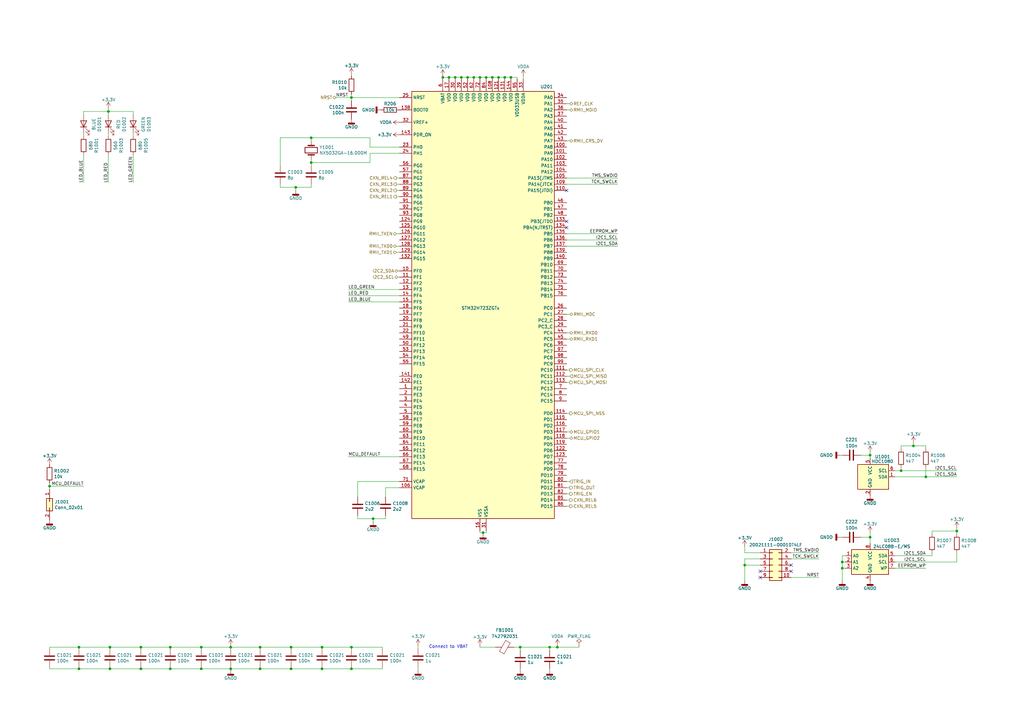
<source format=kicad_sch>
(kicad_sch (version 20230121) (generator eeschema)
  (paper "A3")
  (title_block (date "2023-07-12") (rev "1.1"))
  (junction (at 186.69 31.75))
  (junction (at 106.68 265.43))
  (junction (at 356.87 220.345))
  (junction (at 204.47 31.75))
  (junction (at 106.68 274.32))
  (junction (at 305.435 231.775))
  (junction (at 199.39 31.75))
  (junction (at 132.08 274.32))
  (junction (at 356.87 186.69))
  (junction (at 121.285 76.835))
  (junction (at 379.73 195.58))
  (junction (at 94.615 274.32))
  (junction (at 69.85 274.32))
  (junction (at 194.31 31.75))
  (junction (at 184.15 31.75))
  (junction (at 345.44 233.045))
  (junction (at 32.385 274.32))
  (junction (at 181.61 31.75))
  (junction (at 20.32 199.39))
  (junction (at 228.6 265.43))
  (junction (at 69.85 265.43))
  (junction (at 369.57 193.04))
  (junction (at 94.615 265.43))
  (junction (at 82.55 274.32))
  (junction (at 119.38 274.32))
  (junction (at 144.145 274.32))
  (junction (at 198.12 218.44))
  (junction (at 209.55 31.75))
  (junction (at 213.36 265.43))
  (junction (at 45.085 274.32))
  (junction (at 132.08 265.43))
  (junction (at 32.385 265.43))
  (junction (at 225.425 265.43))
  (junction (at 374.65 182.88))
  (junction (at 191.77 31.75))
  (junction (at 196.85 31.75))
  (junction (at 57.785 265.43))
  (junction (at 127.635 56.515))
  (junction (at 144.145 265.43))
  (junction (at 144.145 40.005))
  (junction (at 82.55 265.43))
  (junction (at 44.45 45.72))
  (junction (at 201.93 31.75))
  (junction (at 189.23 31.75))
  (junction (at 207.01 31.75))
  (junction (at 119.38 265.43))
  (junction (at 127.635 66.675))
  (junction (at 153.035 212.725))
  (junction (at 45.085 265.43))
  (junction (at 57.785 274.32))
  (junction (at 345.44 230.505))
  (junction (at 392.43 217.805))
  (no_connect (at 324.485 231.775))
  (no_connect (at 232.41 90.805))
  (no_connect (at 232.41 78.105))
  (no_connect (at 324.485 234.315))
  (no_connect (at 311.785 234.315))
  (no_connect (at 311.785 236.855))
  (no_connect (at 232.41 93.345))
  (wire (pts (xy 20.32 199.39) (xy 34.29 199.39)))
  (wire (pts (xy 345.44 230.505) (xy 345.44 233.045)))
  (wire (pts (xy 346.71 227.965) (xy 345.44 227.965)))
  (wire (pts (xy 119.38 265.43) (xy 106.68 265.43)))
  (wire (pts (xy 346.71 230.505) (xy 345.44 230.505)))
  (wire (pts (xy 69.85 265.43) (xy 57.785 265.43)))
  (wire (pts (xy 162.56 100.965) (xy 163.83 100.965)))
  (wire (pts (xy 119.38 266.065) (xy 119.38 265.43)))
  (wire (pts (xy 106.68 273.685) (xy 106.68 274.32)))
  (wire (pts (xy 34.29 63.5) (xy 34.29 74.93)))
  (wire (pts (xy 146.685 212.725) (xy 153.035 212.725)))
  (wire (pts (xy 232.41 128.905) (xy 233.68 128.905)))
  (wire (pts (xy 392.43 230.505) (xy 392.43 226.695)))
  (wire (pts (xy 367.03 193.04) (xy 369.57 193.04)))
  (wire (pts (xy 106.68 265.43) (xy 94.615 265.43)))
  (wire (pts (xy 106.68 266.065) (xy 106.68 265.43)))
  (wire (pts (xy 146.685 211.455) (xy 146.685 212.725)))
  (wire (pts (xy 69.85 274.32) (xy 82.55 274.32)))
  (wire (pts (xy 32.385 274.32) (xy 45.085 274.32)))
  (wire (pts (xy 191.77 31.75) (xy 191.77 32.385)))
  (wire (pts (xy 369.57 193.04) (xy 369.57 191.77)))
  (wire (pts (xy 199.39 31.75) (xy 199.39 32.385)))
  (wire (pts (xy 207.01 31.75) (xy 209.55 31.75)))
  (wire (pts (xy 379.73 195.58) (xy 379.73 191.77)))
  (wire (pts (xy 94.615 266.065) (xy 94.615 265.43)))
  (wire (pts (xy 353.06 220.345) (xy 356.87 220.345)))
  (wire (pts (xy 345.44 233.045) (xy 346.71 233.045)))
  (wire (pts (xy 127.635 57.785) (xy 127.635 56.515)))
  (wire (pts (xy 34.29 46.99) (xy 34.29 45.72)))
  (wire (pts (xy 181.61 31.75) (xy 184.15 31.75)))
  (wire (pts (xy 82.55 266.065) (xy 82.55 265.43)))
  (wire (pts (xy 162.56 73.025) (xy 163.83 73.025)))
  (wire (pts (xy 163.83 75.565) (xy 162.56 75.565)))
  (wire (pts (xy 369.57 184.15) (xy 369.57 182.88)))
  (wire (pts (xy 121.285 78.105) (xy 121.285 76.835)))
  (wire (pts (xy 44.45 45.72) (xy 54.61 45.72)))
  (wire (pts (xy 146.685 197.485) (xy 163.83 197.485)))
  (wire (pts (xy 198.12 218.44) (xy 198.12 219.075)))
  (wire (pts (xy 232.41 139.065) (xy 233.68 139.065)))
  (wire (pts (xy 45.085 273.685) (xy 45.085 274.32)))
  (wire (pts (xy 204.47 31.75) (xy 204.47 32.385)))
  (wire (pts (xy 151.765 56.515) (xy 127.635 56.515)))
  (wire (pts (xy 232.41 136.525) (xy 233.68 136.525)))
  (wire (pts (xy 32.385 266.065) (xy 32.385 265.43)))
  (wire (pts (xy 232.41 45.085) (xy 233.68 45.085)))
  (wire (pts (xy 204.47 31.75) (xy 207.01 31.75)))
  (wire (pts (xy 106.68 274.32) (xy 119.38 274.32)))
  (wire (pts (xy 356.87 185.42) (xy 356.87 186.69)))
  (wire (pts (xy 194.31 31.75) (xy 194.31 32.385)))
  (wire (pts (xy 198.12 218.44) (xy 199.39 218.44)))
  (wire (pts (xy 82.55 265.43) (xy 69.85 265.43)))
  (wire (pts (xy 232.41 57.785) (xy 233.68 57.785)))
  (wire (pts (xy 189.23 31.75) (xy 191.77 31.75)))
  (wire (pts (xy 233.68 179.705) (xy 232.41 179.705)))
  (wire (pts (xy 171.45 273.685) (xy 171.45 274.955)))
  (wire (pts (xy 186.69 31.75) (xy 186.69 32.385)))
  (wire (pts (xy 232.41 95.885) (xy 253.365 95.885)))
  (wire (pts (xy 233.68 154.305) (xy 232.41 154.305)))
  (wire (pts (xy 57.785 266.065) (xy 57.785 265.43)))
  (wire (pts (xy 94.615 274.32) (xy 106.68 274.32)))
  (wire (pts (xy 232.41 100.965) (xy 253.365 100.965)))
  (wire (pts (xy 171.45 264.795) (xy 171.45 266.065)))
  (wire (pts (xy 54.61 54.61) (xy 54.61 55.88)))
  (wire (pts (xy 209.55 31.75) (xy 212.09 31.75)))
  (wire (pts (xy 114.935 56.515) (xy 114.935 67.945)))
  (wire (pts (xy 305.435 231.775) (xy 305.435 229.235)))
  (wire (pts (xy 181.61 32.385) (xy 181.61 31.75)))
  (wire (pts (xy 196.85 218.44) (xy 198.12 218.44)))
  (wire (pts (xy 54.61 63.5) (xy 54.61 74.93)))
  (wire (pts (xy 44.45 63.5) (xy 44.45 74.93)))
  (wire (pts (xy 94.615 265.43) (xy 82.55 265.43)))
  (wire (pts (xy 94.615 264.795) (xy 94.615 265.43)))
  (wire (pts (xy 163.83 187.325) (xy 142.875 187.325)))
  (wire (pts (xy 344.805 220.345) (xy 345.44 220.345)))
  (wire (pts (xy 163.83 60.325) (xy 151.765 60.325)))
  (wire (pts (xy 119.38 274.32) (xy 132.08 274.32)))
  (wire (pts (xy 144.145 273.685) (xy 144.145 274.32)))
  (wire (pts (xy 132.08 266.065) (xy 132.08 265.43)))
  (wire (pts (xy 353.06 186.69) (xy 356.87 186.69)))
  (wire (pts (xy 156.845 265.43) (xy 144.145 265.43)))
  (wire (pts (xy 132.08 274.32) (xy 144.145 274.32)))
  (wire (pts (xy 382.27 219.075) (xy 382.27 217.805)))
  (wire (pts (xy 181.61 31.115) (xy 181.61 31.75)))
  (wire (pts (xy 119.38 273.685) (xy 119.38 274.32)))
  (wire (pts (xy 225.425 265.43) (xy 228.6 265.43)))
  (wire (pts (xy 32.385 265.43) (xy 20.32 265.43)))
  (wire (pts (xy 194.31 31.75) (xy 196.85 31.75)))
  (wire (pts (xy 32.385 273.685) (xy 32.385 274.32)))
  (wire (pts (xy 186.69 31.75) (xy 189.23 31.75)))
  (wire (pts (xy 114.935 76.835) (xy 121.285 76.835)))
  (wire (pts (xy 196.85 31.75) (xy 196.85 32.385)))
  (wire (pts (xy 305.435 224.155) (xy 305.435 226.695)))
  (wire (pts (xy 369.57 182.88) (xy 374.65 182.88)))
  (wire (pts (xy 57.785 265.43) (xy 45.085 265.43)))
  (wire (pts (xy 144.145 38.735) (xy 144.145 40.005)))
  (wire (pts (xy 232.41 207.645) (xy 233.68 207.645)))
  (wire (pts (xy 142.875 123.825) (xy 163.83 123.825)))
  (wire (pts (xy 356.87 218.44) (xy 356.87 220.345)))
  (wire (pts (xy 233.68 151.765) (xy 232.41 151.765)))
  (wire (pts (xy 356.87 186.69) (xy 356.87 187.96)))
  (wire (pts (xy 94.615 274.32) (xy 94.615 274.955)))
  (wire (pts (xy 69.85 266.065) (xy 69.85 265.43)))
  (wire (pts (xy 344.805 186.69) (xy 345.44 186.69)))
  (wire (pts (xy 144.145 40.005) (xy 144.145 41.275)))
  (wire (pts (xy 232.41 98.425) (xy 253.365 98.425)))
  (wire (pts (xy 379.73 195.58) (xy 392.43 195.58)))
  (wire (pts (xy 232.41 205.105) (xy 233.68 205.105)))
  (wire (pts (xy 20.32 265.43) (xy 20.32 266.065)))
  (wire (pts (xy 201.93 31.75) (xy 201.93 32.385)))
  (wire (pts (xy 144.145 274.32) (xy 156.845 274.32)))
  (wire (pts (xy 151.765 66.675) (xy 127.635 66.675)))
  (wire (pts (xy 189.23 31.75) (xy 189.23 32.385)))
  (wire (pts (xy 156.845 266.065) (xy 156.845 265.43)))
  (wire (pts (xy 44.45 54.61) (xy 44.45 55.88)))
  (wire (pts (xy 199.39 31.75) (xy 201.93 31.75)))
  (wire (pts (xy 57.785 274.32) (xy 69.85 274.32)))
  (wire (pts (xy 127.635 76.835) (xy 127.635 75.565)))
  (wire (pts (xy 367.03 230.505) (xy 392.43 230.505)))
  (wire (pts (xy 153.035 212.725) (xy 158.115 212.725)))
  (wire (pts (xy 345.44 227.965) (xy 345.44 230.505)))
  (wire (pts (xy 144.145 30.48) (xy 144.145 31.115)))
  (wire (pts (xy 367.03 227.965) (xy 382.27 227.965)))
  (wire (pts (xy 20.32 273.685) (xy 20.32 274.32)))
  (wire (pts (xy 324.485 226.695) (xy 335.915 226.695)))
  (wire (pts (xy 144.145 266.065) (xy 144.145 265.43)))
  (wire (pts (xy 213.36 265.43) (xy 225.425 265.43)))
  (wire (pts (xy 214.63 31.115) (xy 214.63 32.385)))
  (wire (pts (xy 127.635 66.675) (xy 127.635 67.945)))
  (wire (pts (xy 305.435 238.125) (xy 305.435 231.775)))
  (wire (pts (xy 151.765 62.865) (xy 151.765 66.675)))
  (wire (pts (xy 121.285 76.835) (xy 127.635 76.835)))
  (wire (pts (xy 127.635 56.515) (xy 114.935 56.515)))
  (wire (pts (xy 153.035 213.995) (xy 153.035 212.725)))
  (wire (pts (xy 392.43 216.535) (xy 392.43 217.805)))
  (wire (pts (xy 305.435 229.235) (xy 311.785 229.235)))
  (wire (pts (xy 158.115 200.025) (xy 158.115 203.835)))
  (wire (pts (xy 232.41 73.025) (xy 253.365 73.025)))
  (wire (pts (xy 367.03 195.58) (xy 379.73 195.58)))
  (wire (pts (xy 57.785 273.685) (xy 57.785 274.32)))
  (wire (pts (xy 225.425 274.955) (xy 225.425 274.32)))
  (wire (pts (xy 20.32 200.66) (xy 20.32 199.39)))
  (wire (pts (xy 162.56 80.645) (xy 163.83 80.645)))
  (wire (pts (xy 225.425 265.43) (xy 225.425 266.7)))
  (wire (pts (xy 228.6 264.795) (xy 228.6 265.43)))
  (wire (pts (xy 20.32 274.32) (xy 32.385 274.32)))
  (wire (pts (xy 20.32 199.39) (xy 20.32 198.12)))
  (wire (pts (xy 196.85 264.795) (xy 196.85 265.43)))
  (wire (pts (xy 382.27 227.965) (xy 382.27 226.695)))
  (wire (pts (xy 356.87 220.345) (xy 356.87 222.885)))
  (wire (pts (xy 34.29 55.88) (xy 34.29 54.61)))
  (wire (pts (xy 232.41 197.485) (xy 233.68 197.485)))
  (wire (pts (xy 392.43 217.805) (xy 392.43 219.075)))
  (wire (pts (xy 162.56 78.105) (xy 163.83 78.105)))
  (wire (pts (xy 151.765 60.325) (xy 151.765 56.515)))
  (wire (pts (xy 184.15 31.75) (xy 186.69 31.75)))
  (wire (pts (xy 213.36 265.43) (xy 213.36 266.7)))
  (wire (pts (xy 82.55 274.32) (xy 94.615 274.32)))
  (wire (pts (xy 233.68 177.165) (xy 232.41 177.165)))
  (wire (pts (xy 191.77 31.75) (xy 194.31 31.75)))
  (wire (pts (xy 45.085 265.43) (xy 32.385 265.43)))
  (wire (pts (xy 163.83 95.885) (xy 162.56 95.885)))
  (wire (pts (xy 367.03 233.045) (xy 379.73 233.045)))
  (wire (pts (xy 144.145 265.43) (xy 132.08 265.43)))
  (wire (pts (xy 379.73 182.88) (xy 379.73 184.15)))
  (wire (pts (xy 114.935 75.565) (xy 114.935 76.835)))
  (wire (pts (xy 213.36 274.955) (xy 213.36 274.32)))
  (wire (pts (xy 156.845 274.32) (xy 156.845 273.685)))
  (wire (pts (xy 163.83 118.745) (xy 142.875 118.745)))
  (wire (pts (xy 94.615 273.685) (xy 94.615 274.32)))
  (wire (pts (xy 144.145 40.005) (xy 163.83 40.005)))
  (wire (pts (xy 311.785 231.775) (xy 305.435 231.775)))
  (wire (pts (xy 163.195 111.125) (xy 163.83 111.125)))
  (wire (pts (xy 44.45 44.45) (xy 44.45 45.72)))
  (wire (pts (xy 132.08 273.685) (xy 132.08 274.32)))
  (wire (pts (xy 127.635 65.405) (xy 127.635 66.675)))
  (wire (pts (xy 213.36 265.43) (xy 210.82 265.43)))
  (wire (pts (xy 158.115 212.725) (xy 158.115 211.455)))
  (wire (pts (xy 45.085 274.32) (xy 57.785 274.32)))
  (wire (pts (xy 207.01 31.75) (xy 207.01 32.385)))
  (wire (pts (xy 158.115 200.025) (xy 163.83 200.025)))
  (wire (pts (xy 163.83 62.865) (xy 151.765 62.865)))
  (wire (pts (xy 45.085 266.065) (xy 45.085 265.43)))
  (wire (pts (xy 369.57 193.04) (xy 392.43 193.04)))
  (wire (pts (xy 82.55 273.685) (xy 82.55 274.32)))
  (wire (pts (xy 209.55 31.75) (xy 209.55 32.385)))
  (wire (pts (xy 324.485 229.235) (xy 335.915 229.235)))
  (wire (pts (xy 137.795 40.005) (xy 144.145 40.005)))
  (wire (pts (xy 374.65 181.61) (xy 374.65 182.88)))
  (wire (pts (xy 196.85 31.75) (xy 199.39 31.75)))
  (wire (pts (xy 163.195 113.665) (xy 163.83 113.665)))
  (wire (pts (xy 44.45 45.72) (xy 44.45 46.99)))
  (wire (pts (xy 232.41 156.845) (xy 233.68 156.845)))
  (wire (pts (xy 196.85 217.805) (xy 196.85 218.44)))
  (wire (pts (xy 305.435 226.695) (xy 311.785 226.695)))
  (wire (pts (xy 146.685 197.485) (xy 146.685 203.835)))
  (wire (pts (xy 324.485 236.855) (xy 335.915 236.855)))
  (wire (pts (xy 163.83 121.285) (xy 142.875 121.285)))
  (wire (pts (xy 34.29 45.72) (xy 44.45 45.72)))
  (wire (pts (xy 212.09 32.385) (xy 212.09 31.75)))
  (wire (pts (xy 69.85 273.685) (xy 69.85 274.32)))
  (wire (pts (xy 232.41 42.545) (xy 233.68 42.545)))
  (wire (pts (xy 345.44 238.125) (xy 345.44 233.045)))
  (wire (pts (xy 233.68 169.545) (xy 232.41 169.545)))
  (wire (pts (xy 132.08 265.43) (xy 119.38 265.43)))
  (wire (pts (xy 54.61 45.72) (xy 54.61 46.99)))
  (wire (pts (xy 228.6 265.43) (xy 237.49 265.43)))
  (wire (pts (xy 184.15 31.75) (xy 184.15 32.385)))
  (wire (pts (xy 232.41 200.025) (xy 233.68 200.025)))
  (wire (pts (xy 232.41 202.565) (xy 233.68 202.565)))
  (wire (pts (xy 196.85 265.43) (xy 203.2 265.43)))
  (wire (pts (xy 237.49 265.43) (xy 237.49 264.795)))
  (wire (pts (xy 382.27 217.805) (xy 392.43 217.805)))
  (wire (pts (xy 201.93 31.75) (xy 204.47 31.75)))
  (wire (pts (xy 232.41 75.565) (xy 253.365 75.565)))
  (wire (pts (xy 199.39 217.805) (xy 199.39 218.44)))
  (wire (pts (xy 374.65 182.88) (xy 379.73 182.88)))
  (wire (pts (xy 163.83 103.505) (xy 162.56 103.505)))
  (text "Connect to VBAT" (at 175.895 266.065 0) (effects (font (size 1.27 1.27)) (justify left bottom)))
  (label "LED_RED" (at 44.45 74.93 90))
  (label "NRST" (at 137.795 40.005 0))
  (label "MCU_DEFAULT" (at 34.29 199.39 180))
  (label "TCK_SWCLK" (at 253.365 75.565 180))
  (label "TMS_SWDIO" (at 253.365 73.025 180))
  (label "I2C1_SDA" (at 379.73 227.965 180))
  (label "LED_RED" (at 142.875 121.285 0))
  (label "NRST" (at 335.915 236.855 180))
  (label "I2C1_SCL" (at 379.73 230.505 180))
  (label "EEPROM_WP" (at 253.365 95.885 180))
  (label "TCK_SWCLK" (at 335.915 229.235 180))
  (label "MCU_DEFAULT" (at 142.875 187.325 0))
  (label "I2C1_SCL" (at 392.43 193.04 180))
  (label "LED_BLUE" (at 34.29 74.93 90))
  (label "LED_BLUE" (at 142.875 123.825 0))
  (label "I2C1_SCL" (at 253.365 98.425 180))
  (label "EEPROM_WP" (at 379.73 233.045 180))
  (label "LED_GREEN" (at 54.61 74.93 90))
  (label "TMS_SWDIO" (at 335.915 226.695 180))
  (label "I2C1_SDA" (at 392.43 195.58 180))
  (label "LED_GREEN" (at 142.875 118.745 0))
  (label "I2C1_SDA" (at 253.365 100.965 180))
  (hierarchical_label "RMII_MDIO" (shape bidirectional) (at 233.68 45.085 0))
  (hierarchical_label "RMII_TXD1" (shape bidirectional) (at 162.56 103.505 180))
  (hierarchical_label "TRIG_IN" (shape input) (at 233.68 197.485 0))
  (hierarchical_label "RMII_RXD0" (shape bidirectional) (at 233.68 136.525 0))
  (hierarchical_label "MCU_SPI_MISO" (shape input) (at 233.68 154.305 0))
  (hierarchical_label "CXN_REL2" (shape output) (at 162.56 78.105 180))
  (hierarchical_label "CXN_REL1" (shape output) (at 162.56 80.645 180))
  (hierarchical_label "MCU_SPI_NSS" (shape output) (at 233.68 169.545 0))
  (hierarchical_label "NRST" (shape bidirectional) (at 137.795 40.005 180))
  (hierarchical_label "MCU_GPIO2" (shape bidirectional) (at 233.68 179.705 0))
  (hierarchical_label "MCU_SPI_CLK" (shape output) (at 233.68 151.765 0))
  (hierarchical_label "CXN_REL5" (shape output) (at 233.68 207.645 0))
  (hierarchical_label "MCU_GPIO1" (shape bidirectional) (at 233.68 177.165 0))
  (hierarchical_label "CXN_REL4" (shape output) (at 162.56 73.025 180))
  (hierarchical_label "REF_CLK" (shape bidirectional) (at 233.68 42.545 0))
  (hierarchical_label "I2C2_SCL" (shape bidirectional) (at 163.195 113.665 180))
  (hierarchical_label "RMII_MDC" (shape bidirectional) (at 233.68 128.905 0))
  (hierarchical_label "RMII_RXD1" (shape bidirectional) (at 233.68 139.065 0))
  (hierarchical_label "TRIG_EN" (shape output) (at 233.68 202.565 0))
  (hierarchical_label "TRIG_OUT" (shape output) (at 233.68 200.025 0))
  (hierarchical_label "RMII_CRS_DV" (shape bidirectional) (at 233.68 57.785 0))
  (hierarchical_label "CXN_REL6" (shape output) (at 233.68 205.105 0))
  (hierarchical_label "CXN_REL3" (shape output) (at 162.56 75.565 180))
  (hierarchical_label "RMII_TXEN" (shape bidirectional) (at 162.56 95.885 180))
  (hierarchical_label "RMII_TXD0" (shape bidirectional) (at 162.56 100.965 180))
  (hierarchical_label "I2C2_SDA" (shape bidirectional) (at 163.195 111.125 180))
  (hierarchical_label "MCU_SPI_MOSI" (shape output) (at 233.68 156.845 0))
  (symbol (lib_id "power:+3.3V") (at 144.145 30.48 0) (mirror y) (unit 1)
    (property "Reference" "#PWR01028" (effects hide))
    (property "Value" "+3.3V" (at 144.145 26.924 0))
    (instances (project "ETH1CSMU2" (path "" (reference "#PWR01028") (unit 1))) (project "ETH1CFGEN1" (path "" (reference "#PWR0207") (unit 1))))
  )
  (symbol (lib_id "Device:R") (at 54.61 59.69 180) (unit 1)
    (property "Reference" "R1005" (at 59.8678 59.69 90))
    (property "Value" "680" (at 57.5564 59.69 90))
    (property "Footprint" "Resistor_SMD:R_0603_1608Metric_Pad0.98x0.95mm_HandSolder" (effects hide))
    (instances (project "ETH1CSMU2" (path "" (reference "R1005") (unit 1))) (project "ETH1CFGEN1" (path "" (reference "R204") (unit 1))))
  )
  (symbol (lib_id "Device:C") (at 349.25 220.345 90) (unit 1)
    (property "Reference" "C222" (at 349.25 213.995 90))
    (property "Value" "100n" (at 349.25 216.535 90))
    (property "Footprint" "Capacitor_SMD:C_0603_1608Metric_Pad1.08x0.95mm_HandSolder" (effects hide))
  )
  (symbol (lib_id "Device:C") (at 57.785 269.875 0) (unit 1)
    (property "Reference" "C1021" (at 60.706 268.7066 0) (effects (justify left)))
    (property "Value" "100n" (at 60.706 271.018 0) (effects (justify left)))
    (property "Footprint" "Capacitor_SMD:C_0603_1608Metric_Pad1.08x0.95mm_HandSolder" (effects hide))
    (instances (project "ETH1CSMU2" (path "" (reference "C1021") (unit 1))) (project "ETH1CFGEN1" (path "" (reference "C204") (unit 1))))
  )
  (symbol (lib_id "Device:R") (at 34.29 59.69 180) (unit 1)
    (property "Reference" "R1001" (at 39.5478 59.69 90))
    (property "Value" "680" (at 37.2364 59.69 90))
    (property "Footprint" "Resistor_SMD:R_0603_1608Metric_Pad0.98x0.95mm_HandSolder" (effects hide))
    (instances (project "ETH1CSMU2" (path "" (reference "R1001") (unit 1))) (project "ETH1CFGEN1" (path "" (reference "R202") (unit 1))))
  )
  (symbol (lib_id "Device:C") (at 156.845 269.875 0) (unit 1)
    (property "Reference" "C1021" (at 159.766 268.7066 0) (effects (justify left)))
    (property "Value" "100n" (at 159.766 271.018 0) (effects (justify left)))
    (property "Footprint" "Capacitor_SMD:C_0603_1608Metric_Pad1.08x0.95mm_HandSolder" (effects hide))
    (instances (project "ETH1CSMU2" (path "" (reference "C1021") (unit 1))) (project "ETH1CFGEN1" (path "" (reference "C216") (unit 1))))
  )
  (symbol (lib_id "Device:C") (at 144.145 269.875 0) (unit 1)
    (property "Reference" "C1021" (at 147.066 268.7066 0) (effects (justify left)))
    (property "Value" "100n" (at 147.066 271.018 0) (effects (justify left)))
    (property "Footprint" "Capacitor_SMD:C_0603_1608Metric_Pad1.08x0.95mm_HandSolder" (effects hide))
    (instances (project "ETH1CSMU2" (path "" (reference "C1021") (unit 1))) (project "ETH1CFGEN1" (path "" (reference "C214") (unit 1))))
  )
  (symbol (lib_id "Device:R") (at 379.73 187.96 0) (unit 1)
    (property "Reference" "R1006" (at 381.508 186.7916 0) (effects (justify left)))
    (property "Value" "4k7" (at 381.508 189.103 0) (effects (justify left)))
    (property "Footprint" "Resistor_SMD:R_0603_1608Metric_Pad0.98x0.95mm_HandSolder" (effects hide))
    (instances (project "ETH1CSMU2" (path "" (reference "R1006") (unit 1))) (project "ETH1CFGEN1" (path "" (reference "R208") (unit 1))))
  )
  (symbol (lib_id "power:+3.3V") (at 356.87 218.44 0) (unit 1)
    (property "Reference" "#PWR01024" (effects hide))
    (property "Value" "+3.3V" (at 356.87 214.884 0))
    (instances (project "ETH1CSMU2" (path "" (reference "#PWR01024") (unit 1))) (project "ETH1CFGEN1" (path "" (reference "#PWR0229") (unit 1))))
  )
  (symbol (lib_id "power:+3.3V") (at 392.43 216.535 0) (unit 1)
    (property "Reference" "#PWR01026" (effects hide))
    (property "Value" "+3.3V" (at 392.43 212.979 0))
    (instances (project "ETH1CSMU2" (path "" (reference "#PWR01026") (unit 1))) (project "ETH1CFGEN1" (path "" (reference "#PWR0232") (unit 1))))
  )
  (symbol (lib_id "Device:C") (at 127.635 71.755 0) (unit 1)
    (property "Reference" "C1005" (at 130.556 70.5866 0) (effects (justify left)))
    (property "Value" "8p" (at 130.556 72.898 0) (effects (justify left)))
    (property "Footprint" "Capacitor_SMD:C_0603_1608Metric_Pad1.08x0.95mm_HandSolder" (effects hide))
    (instances (project "ETH1CSMU2" (path "" (reference "C1005") (unit 1))) (project "ETH1CFGEN1" (path "" (reference "C211") (unit 1))))
  )
  (symbol (lib_id "Device:R") (at 144.145 34.925 0) (mirror y) (unit 1)
    (property "Reference" "R1010" (at 142.367 33.7566 0) (effects (justify left)))
    (property "Value" "10k" (at 142.367 36.068 0) (effects (justify left)))
    (property "Footprint" "Resistor_SMD:R_0603_1608Metric_Pad0.98x0.95mm_HandSolder" (effects hide))
    (instances (project "ETH1CSMU2" (path "" (reference "R1010") (unit 1))) (project "ETH1CFGEN1" (path "" (reference "R205") (unit 1))))
  )
  (symbol (lib_id "Device:C") (at 106.68 269.875 0) (unit 1)
    (property "Reference" "C1021" (at 109.601 268.7066 0) (effects (justify left)))
    (property "Value" "100n" (at 109.601 271.018 0) (effects (justify left)))
    (property "Footprint" "Capacitor_SMD:C_0603_1608Metric_Pad1.08x0.95mm_HandSolder" (effects hide))
    (instances (project "ETH1CSMU2" (path "" (reference "C1021") (unit 1))) (project "ETH1CFGEN1" (path "" (reference "C208") (unit 1))))
  )
  (symbol (lib_id "Device:R") (at 392.43 222.885 0) (unit 1)
    (property "Reference" "R1008" (at 394.208 221.7166 0) (effects (justify left)))
    (property "Value" "4k7" (at 394.208 224.028 0) (effects (justify left)))
    (property "Footprint" "Resistor_SMD:R_0603_1608Metric_Pad0.98x0.95mm_HandSolder" (effects hide))
    (instances (project "ETH1CSMU2" (path "" (reference "R1008") (unit 1))) (project "ETH1CFGEN1" (path "" (reference "R210") (unit 1))))
  )
  (symbol (lib_id "power:GNDD") (at 94.615 274.955 0) (unit 1)
    (property "Reference" "#PWR01004" (effects hide))
    (property "Value" "GNDD" (at 94.615 278.13 0))
    (instances (project "ETH1CSMU2" (path "" (reference "#PWR01004") (unit 1))) (project "ETH1CFGEN1" (path "" (reference "#PWR0205") (unit 1))))
  )
  (symbol (lib_id "power:GNDD") (at 305.435 238.125 0) (unit 1)
    (property "Reference" "#PWR01020" (effects hide))
    (property "Value" "GNDD" (at 305.435 241.3 0))
    (instances (project "ETH1CSMU2" (path "" (reference "#PWR01020") (unit 1))) (project "ETH1CFGEN1" (path "" (reference "#PWR0223") (unit 1))))
  )
  (symbol (lib_id "Device:C") (at 119.38 269.875 0) (unit 1)
    (property "Reference" "C1021" (at 122.301 268.7066 0) (effects (justify left)))
    (property "Value" "100n" (at 122.301 271.018 0) (effects (justify left)))
    (property "Footprint" "Capacitor_SMD:C_0603_1608Metric_Pad1.08x0.95mm_HandSolder" (effects hide))
    (instances (project "ETH1CSMU2" (path "" (reference "C1021") (unit 1))) (project "ETH1CFGEN1" (path "" (reference "C210") (unit 1))))
  )
  (symbol (lib_id "Device:C") (at 94.615 269.875 0) (unit 1)
    (property "Reference" "C1021" (at 97.536 268.7066 0) (effects (justify left)))
    (property "Value" "100n" (at 97.536 271.018 0) (effects (justify left)))
    (property "Footprint" "Capacitor_SMD:C_0603_1608Metric_Pad1.08x0.95mm_HandSolder" (effects hide))
    (instances (project "ETH1CSMU2" (path "" (reference "C1021") (unit 1))) (project "ETH1CFGEN1" (path "" (reference "C207") (unit 1))))
  )
  (symbol (lib_id "Device:R") (at 382.27 222.885 0) (unit 1)
    (property "Reference" "R1007" (at 384.048 221.7166 0) (effects (justify left)))
    (property "Value" "4k7" (at 384.048 224.028 0) (effects (justify left)))
    (property "Footprint" "Resistor_SMD:R_0603_1608Metric_Pad0.98x0.95mm_HandSolder" (effects hide))
    (instances (project "ETH1CSMU2" (path "" (reference "R1007") (unit 1))) (project "ETH1CFGEN1" (path "" (reference "R209") (unit 1))))
  )
  (symbol (lib_id "power:GNDD") (at 153.035 213.995 0) (unit 1)
    (property "Reference" "#PWR01008" (effects hide))
    (property "Value" "GNDD" (at 153.035 217.17 0))
    (instances (project "ETH1CSMU2" (path "" (reference "#PWR01008") (unit 1))) (project "ETH1CFGEN1" (path "" (reference "#PWR0209") (unit 1))))
  )
  (symbol (lib_id "Device:C") (at 82.55 269.875 0) (unit 1)
    (property "Reference" "C1021" (at 85.471 268.7066 0) (effects (justify left)))
    (property "Value" "100n" (at 85.471 271.018 0) (effects (justify left)))
    (property "Footprint" "Capacitor_SMD:C_0603_1608Metric_Pad1.08x0.95mm_HandSolder" (effects hide))
    (instances (project "ETH1CSMU2" (path "" (reference "C1021") (unit 1))) (project "ETH1CFGEN1" (path "" (reference "C206") (unit 1))))
  )
  (symbol (lib_id "Device:C") (at 45.085 269.875 0) (unit 1)
    (property "Reference" "C1021" (at 48.006 268.7066 0) (effects (justify left)))
    (property "Value" "100n" (at 48.006 271.018 0) (effects (justify left)))
    (property "Footprint" "Capacitor_SMD:C_0603_1608Metric_Pad1.08x0.95mm_HandSolder" (effects hide))
    (instances (project "ETH1CSMU2" (path "" (reference "C1021") (unit 1))) (project "ETH1CFGEN1" (path "" (reference "C203") (unit 1))))
  )
  (symbol (lib_id "Device:C") (at 20.32 269.875 0) (unit 1)
    (property "Reference" "C1021" (at 23.241 268.7066 0) (effects (justify left)))
    (property "Value" "100n" (at 23.241 271.018 0) (effects (justify left)))
    (property "Footprint" "Capacitor_SMD:C_0603_1608Metric_Pad1.08x0.95mm_HandSolder" (effects hide))
    (instances (project "ETH1CSMU2" (path "" (reference "C1021") (unit 1))) (project "ETH1CFGEN1" (path "" (reference "C201") (unit 1))))
  )
  (symbol (lib_id "Device:C") (at 349.25 186.69 90) (unit 1)
    (property "Reference" "C221" (at 349.25 180.34 90))
    (property "Value" "100n" (at 349.25 182.88 90))
    (property "Footprint" "Capacitor_SMD:C_0603_1608Metric_Pad1.08x0.95mm_HandSolder" (effects hide))
  )
  (symbol (lib_id "power:GNDD") (at 344.805 220.345 270) (unit 1)
    (property "Reference" "#PWR0225" (effects hide))
    (property "Value" "GNDD" (at 341.63 220.345 90) (effects (justify right)))
  )
  (symbol (lib_id "power:GNDD") (at 20.32 213.36 0) (unit 1)
    (property "Reference" "#PWR01004" (effects hide))
    (property "Value" "GNDD" (at 20.32 216.535 0))
    (instances (project "ETH1CSMU2" (path "" (reference "#PWR01004") (unit 1))) (project "ETH1CFGEN1" (path "" (reference "#PWR0202") (unit 1))))
  )
  (symbol (lib_id "Memory_EEPROM:24LC08") (at 356.87 230.505 0) (unit 1)
    (property "Reference" "U1003" (at 365.76 221.615 0))
    (property "Value" "24LC08B-E/MS" (at 365.76 224.155 0))
    (property "Footprint" "Package_SO:MSOP-8_3x3mm_P0.65mm" (effects hide))
    (property "Datasheet" "http://ww1.microchip.com/downloads/en/DeviceDoc/21710J.pdf" (effects hide))
    (instances (project "ETH1CSMU2" (path "" (reference "U1003") (unit 1))) (project "ETH1CFGEN1" (path "" (reference "U202") (unit 1))))
  )
  (symbol (lib_id "power:+3.3V") (at 20.32 190.5 0) (unit 1)
    (property "Reference" "#PWR01003" (effects hide))
    (property "Value" "+3.3V" (at 20.32 186.944 0))
    (instances (project "ETH1CSMU2" (path "" (reference "#PWR01003") (unit 1))) (project "ETH1CFGEN1" (path "" (reference "#PWR0201") (unit 1))))
  )
  (symbol (lib_id "Device:C") (at 146.685 207.645 0) (unit 1)
    (property "Reference" "C1006" (at 149.606 206.4766 0) (effects (justify left)))
    (property "Value" "2u2" (at 149.606 208.788 0) (effects (justify left)))
    (property "Footprint" "Capacitor_SMD:C_0603_1608Metric_Pad1.08x0.95mm_HandSolder" (effects hide))
    (instances (project "ETH1CSMU2" (path "" (reference "C1006") (unit 1))) (project "ETH1CFGEN1" (path "" (reference "C215") (unit 1))))
  )
  (symbol (lib_id "Device:Crystal") (at 127.635 61.595 270) (unit 1)
    (property "Reference" "Y1001" (at 130.9624 60.4266 90) (effects (justify left)))
    (property "Value" "NX5032GA-16.000M" (at 130.9624 62.738 90) (effects (justify left)))
    (property "Footprint" "ETH1CFGEN1:NX5032GA" (effects hide))
    (instances (project "ETH1CSMU2" (path "" (reference "Y1001") (unit 1))) (project "ETH1CFGEN1" (path "" (reference "Y201") (unit 1))))
  )
  (symbol (lib_id "Device:C") (at 69.85 269.875 0) (unit 1)
    (property "Reference" "C1021" (at 72.771 268.7066 0) (effects (justify left)))
    (property "Value" "100n" (at 72.771 271.018 0) (effects (justify left)))
    (property "Footprint" "Capacitor_SMD:C_0603_1608Metric_Pad1.08x0.95mm_HandSolder" (effects hide))
    (instances (project "ETH1CSMU2" (path "" (reference "C1021") (unit 1))) (project "ETH1CFGEN1" (path "" (reference "C205") (unit 1))))
  )
  (symbol (lib_id "power:+3.3V") (at 374.65 181.61 0) (unit 1)
    (property "Reference" "#PWR01006" (effects hide))
    (property "Value" "+3.3V" (at 374.65 178.054 0))
    (instances (project "ETH1CSMU2" (path "" (reference "#PWR01006") (unit 1))) (project "ETH1CFGEN1" (path "" (reference "#PWR0231") (unit 1))))
  )
  (symbol (lib_id "Device:FerriteBead") (at 207.01 265.43 270) (unit 1)
    (property "Reference" "FB1001" (at 207.01 258.445 90))
    (property "Value" "742792031" (at 207.01 260.985 90))
    (property "Footprint" "Inductor_SMD:L_0805_2012Metric_Pad1.05x1.20mm_HandSolder" (effects hide))
    (instances (project "ETH1CSMU2" (path "" (reference "FB1001") (unit 1))) (project "ETH1CFGEN1" (path "" (reference "FB201") (unit 1))))
  )
  (symbol (lib_id "power:+3.3V") (at 196.85 264.795 0) (unit 1)
    (property "Reference" "#PWR01019" (effects hide))
    (property "Value" "+3.3V" (at 196.85 261.239 0))
    (instances (project "ETH1CSMU2" (path "" (reference "#PWR01019") (unit 1))) (project "ETH1CFGEN1" (path "" (reference "#PWR0216") (unit 1))))
  )
  (symbol (lib_id "Device:LED") (at 44.45 50.8 90) (unit 1)
    (property "Reference" "D1002" (at 50.927 50.9778 0))
    (property "Value" "RED" (at 48.6156 50.9778 0))
    (property "Footprint" "LED_SMD:LED_0603_1608Metric_Pad1.05x0.95mm_HandSolder" (effects hide))
    (instances (project "ETH1CSMU2" (path "" (reference "D1002") (unit 1))) (project "ETH1CFGEN1" (path "" (reference "D202") (unit 1))))
  )
  (symbol (lib_id "Device:C") (at 158.115 207.645 0) (unit 1)
    (property "Reference" "C1008" (at 161.036 206.4766 0) (effects (justify left)))
    (property "Value" "2u2" (at 161.036 208.788 0) (effects (justify left)))
    (property "Footprint" "Capacitor_SMD:C_0603_1608Metric_Pad1.08x0.95mm_HandSolder" (effects hide))
    (instances (project "ETH1CSMU2" (path "" (reference "C1008") (unit 1))) (project "ETH1CFGEN1" (path "" (reference "C217") (unit 1))))
  )
  (symbol (lib_id "Device:R") (at 44.45 59.69 180) (unit 1)
    (property "Reference" "R1003" (at 49.7078 59.69 90))
    (property "Value" "560" (at 47.3964 59.69 90))
    (property "Footprint" "Resistor_SMD:R_0603_1608Metric_Pad0.98x0.95mm_HandSolder" (effects hide))
    (instances (project "ETH1CSMU2" (path "" (reference "R1003") (unit 1))) (project "ETH1CFGEN1" (path "" (reference "R203") (unit 1))))
  )
  (symbol (lib_id "power:VDDA") (at 163.83 50.165 90) (unit 1)
    (property "Reference" "#PWR0211" (effects hide))
    (property "Value" "VDDA" (at 160.655 50.165 90) (effects (justify left)))
  )
  (symbol (lib_id "power:+3.3V") (at 94.615 264.795 0) (unit 1)
    (property "Reference" "#PWR01021" (effects hide))
    (property "Value" "+3.3V" (at 94.615 260.985 0))
    (instances (project "ETH1CSMU2" (path "" (reference "#PWR01021") (unit 1))) (project "ETH1CFGEN1" (path "" (reference "#PWR0204") (unit 1))))
  )
  (symbol (lib_id "MCU_ST_STM32H7:STM32H723ZGTx") (at 196.85 126.365 0) (unit 1)
    (property "Reference" "U201" (at 221.615 35.56 0) (effects (justify left)))
    (property "Value" "STM32H723ZGTx" (at 189.23 126.365 0) (effects (justify left)))
    (property "Footprint" "ETH1CFGEN1:TQFP-144_20x20mm_P0.5mm" (effects hide))
    (property "Datasheet" "https://www.st.com/resource/en/datasheet/stm32h723zg.pdf" (effects hide))
  )
  (symbol (lib_id "Device:C") (at 32.385 269.875 0) (unit 1)
    (property "Reference" "C1021" (at 35.306 268.7066 0) (effects (justify left)))
    (property "Value" "100n" (at 35.306 271.018 0) (effects (justify left)))
    (property "Footprint" "Capacitor_SMD:C_0603_1608Metric_Pad1.08x0.95mm_HandSolder" (effects hide))
    (instances (project "ETH1CSMU2" (path "" (reference "C1021") (unit 1))) (project "ETH1CFGEN1" (path "" (reference "C202") (unit 1))))
  )
  (symbol (lib_id "power:VDDA") (at 228.6 264.795 0) (unit 1)
    (property "Reference" "#PWR0221" (effects hide))
    (property "Value" "VDDA" (at 228.6 260.985 0))
  )
  (symbol (lib_id "power:+3.3V") (at 171.45 264.795 0) (unit 1)
    (property "Reference" "#PWR01021" (effects hide))
    (property "Value" "+3.3V" (at 171.45 260.985 0))
    (instances (project "ETH1CSMU2" (path "" (reference "#PWR01021") (unit 1))) (project "ETH1CFGEN1" (path "" (reference "#PWR0213") (unit 1))))
  )
  (symbol (lib_id "power:GNDD") (at 156.21 45.085 270) (mirror x) (unit 1)
    (property "Reference" "#PWR01029" (effects hide))
    (property "Value" "GNDD" (at 151.13 45.085 90))
    (instances (project "ETH1CSMU2" (path "" (reference "#PWR01029") (unit 1))) (project "ETH1CFGEN1" (path "" (reference "#PWR0210") (unit 1))))
  )
  (symbol (lib_id "Device:C") (at 114.935 71.755 0) (unit 1)
    (property "Reference" "C1003" (at 117.856 70.5866 0) (effects (justify left)))
    (property "Value" "8p" (at 117.856 72.898 0) (effects (justify left)))
    (property "Footprint" "Capacitor_SMD:C_0603_1608Metric_Pad1.08x0.95mm_HandSolder" (effects hide))
    (instances (project "ETH1CSMU2" (path "" (reference "C1003") (unit 1))) (project "ETH1CFGEN1" (path "" (reference "C209") (unit 1))))
  )
  (symbol (lib_id "power:GNDD") (at 213.36 274.955 0) (unit 1)
    (property "Reference" "#PWR01018" (effects hide))
    (property "Value" "GNDD" (at 213.36 278.13 0))
    (instances (project "ETH1CSMU2" (path "" (reference "#PWR01018") (unit 1))) (project "ETH1CFGEN1" (path "" (reference "#PWR0218") (unit 1))))
  )
  (symbol (lib_id "Device:LED") (at 34.29 50.8 90) (unit 1)
    (property "Reference" "D1001" (at 40.767 50.9778 0))
    (property "Value" "BLUE" (at 38.4556 50.9778 0))
    (property "Footprint" "LED_SMD:LED_0603_1608Metric_Pad1.05x0.95mm_HandSolder" (effects hide))
    (instances (project "ETH1CSMU2" (path "" (reference "D1001") (unit 1))) (project "ETH1CFGEN1" (path "" (reference "D201") (unit 1))))
  )
  (symbol (lib_id "Sensor_Humidity:HDC1080") (at 359.41 195.58 0) (unit 1)
    (property "Reference" "U1001" (at 361.95 187.325 0))
    (property "Value" "HDC1080" (at 361.95 189.23 0))
    (property "Footprint" "Package_SON:Texas_PWSON-N6" (effects hide))
    (property "Datasheet" "http://www.ti.com/lit/ds/symlink/hdc1080.pdf" (effects hide))
    (instances (project "ETH1CSMU2" (path "" (reference "U1001") (unit 1))) (project "ETH1CFGEN1" (path "" (reference "U203") (unit 1))))
  )
  (symbol (lib_id "power:GNDD") (at 356.87 203.2 0) (unit 1)
    (property "Reference" "#PWR01002" (effects hide))
    (property "Value" "GNDD" (at 356.87 206.375 0))
    (instances (project "ETH1CSMU2" (path "" (reference "#PWR01002") (unit 1))) (project "ETH1CFGEN1" (path "" (reference "#PWR0228") (unit 1))))
  )
  (symbol (lib_id "power:GNDD") (at 344.805 186.69 270) (unit 1)
    (property "Reference" "#PWR0224" (effects hide))
    (property "Value" "GNDD" (at 341.63 186.69 90) (effects (justify right)))
  )
  (symbol (lib_id "power:+3.3V") (at 356.87 185.42 0) (unit 1)
    (property "Reference" "#PWR01001" (effects hide))
    (property "Value" "+3.3V" (at 356.87 181.864 0))
    (instances (project "ETH1CSMU2" (path "" (reference "#PWR01001") (unit 1))) (project "ETH1CFGEN1" (path "" (reference "#PWR0227") (unit 1))))
  )
  (symbol (lib_id "power:+3.3V") (at 305.435 224.155 0) (unit 1)
    (property "Reference" "#PWR01019" (effects hide))
    (property "Value" "+3.3V" (at 305.435 220.599 0))
    (instances (project "ETH1CSMU2" (path "" (reference "#PWR01019") (unit 1))) (project "ETH1CFGEN1" (path "" (reference "#PWR0222") (unit 1))))
  )
  (symbol (lib_id "power:GNDD") (at 356.87 238.125 0) (unit 1)
    (property "Reference" "#PWR01025" (effects hide))
    (property "Value" "GNDD" (at 356.87 241.3 0))
    (instances (project "ETH1CSMU2" (path "" (reference "#PWR01025") (unit 1))) (project "ETH1CFGEN1" (path "" (reference "#PWR0230") (unit 1))))
  )
  (symbol (lib_id "power:GNDD") (at 225.425 274.955 0) (unit 1)
    (property "Reference" "#PWR01018" (effects hide))
    (property "Value" "GNDD" (at 225.425 278.13 0))
    (instances (project "ETH1CSMU2" (path "" (reference "#PWR01018") (unit 1))) (project "ETH1CFGEN1" (path "" (reference "#PWR0220") (unit 1))))
  )
  (symbol (lib_id "Device:R") (at 369.57 187.96 0) (unit 1)
    (property "Reference" "R1004" (at 371.348 186.7916 0) (effects (justify left)))
    (property "Value" "4k7" (at 371.348 189.103 0) (effects (justify left)))
    (property "Footprint" "Resistor_SMD:R_0603_1608Metric_Pad0.98x0.95mm_HandSolder" (effects hide))
    (instances (project "ETH1CSMU2" (path "" (reference "R1004") (unit 1))) (project "ETH1CFGEN1" (path "" (reference "R207") (unit 1))))
  )
  (symbol (lib_id "power:+3.3V") (at 163.83 55.245 90) (unit 1)
    (property "Reference" "#PWR01021" (effects hide))
    (property "Value" "+3.3V" (at 160.655 55.245 90) (effects (justify left)))
    (instances (project "ETH1CSMU2" (path "" (reference "#PWR01021") (unit 1))) (project "ETH1CFGEN1" (path "" (reference "#PWR0212") (unit 1))))
  )
  (symbol (lib_id "power:GNDD") (at 345.44 238.125 0) (unit 1)
    (property "Reference" "#PWR01023" (effects hide))
    (property "Value" "GNDD" (at 345.44 241.3 0))
    (instances (project "ETH1CSMU2" (path "" (reference "#PWR01023") (unit 1))) (project "ETH1CFGEN1" (path "" (reference "#PWR0226") (unit 1))))
  )
  (symbol (lib_id "power:GNDD") (at 144.145 48.895 0) (mirror y) (unit 1)
    (property "Reference" "#PWR01029" (effects hide))
    (property "Value" "GNDD" (at 144.145 52.07 0))
    (instances (project "ETH1CSMU2" (path "" (reference "#PWR01029") (unit 1))) (project "ETH1CFGEN1" (path "" (reference "#PWR0208") (unit 1))))
  )
  (symbol (lib_id "Device:C") (at 132.08 269.875 0) (unit 1)
    (property "Reference" "C1021" (at 135.001 268.7066 0) (effects (justify left)))
    (property "Value" "100n" (at 135.001 271.018 0) (effects (justify left)))
    (property "Footprint" "Capacitor_SMD:C_0603_1608Metric_Pad1.08x0.95mm_HandSolder" (effects hide))
    (instances (project "ETH1CSMU2" (path "" (reference "C1021") (unit 1))) (project "ETH1CFGEN1" (path "" (reference "C212") (unit 1))))
  )
  (symbol (lib_id "Device:C") (at 144.145 45.085 0) (mirror y) (unit 1)
    (property "Reference" "C1022" (at 141.224 43.9166 0) (effects (justify left)))
    (property "Value" "100n" (at 141.224 46.228 0) (effects (justify left)))
    (property "Footprint" "Capacitor_SMD:C_0603_1608Metric_Pad1.08x0.95mm_HandSolder" (effects hide))
    (instances (project "ETH1CSMU2" (path "" (reference "C1022") (unit 1))) (project "ETH1CFGEN1" (path "" (reference "C213") (unit 1))))
  )
  (symbol (lib_id "Device:C") (at 225.425 270.51 0) (unit 1)
    (property "Reference" "C1021" (at 228.346 269.3416 0) (effects (justify left)))
    (property "Value" "1u" (at 228.346 271.653 0) (effects (justify left)))
    (property "Footprint" "Capacitor_SMD:C_0603_1608Metric_Pad1.08x0.95mm_HandSolder" (effects hide))
    (instances (project "ETH1CSMU2" (path "" (reference "C1021") (unit 1))) (project "ETH1CFGEN1" (path "" (reference "C220") (unit 1))))
  )
  (symbol (lib_id "power:GNDD") (at 198.12 219.075 0) (unit 1)
    (property "Reference" "#PWR01011" (effects hide))
    (property "Value" "GNDD" (at 198.12 222.25 0))
    (instances (project "ETH1CSMU2" (path "" (reference "#PWR01011") (unit 1))) (project "ETH1CFGEN1" (path "" (reference "#PWR0217") (unit 1))))
  )
  (symbol (lib_id "Device:C") (at 171.45 269.875 0) (unit 1)
    (property "Reference" "C1021" (at 174.371 268.7066 0) (effects (justify left)))
    (property "Value" "1u" (at 174.371 271.018 0) (effects (justify left)))
    (property "Footprint" "Capacitor_SMD:C_0603_1608Metric_Pad1.08x0.95mm_HandSolder" (effects hide))
    (instances (project "ETH1CSMU2" (path "" (reference "C1021") (unit 1))) (project "ETH1CFGEN1" (path "" (reference "C218") (unit 1))))
  )
  (symbol (lib_id "Device:C") (at 213.36 270.51 0) (unit 1)
    (property "Reference" "C1021" (at 216.281 269.3416 0) (effects (justify left)))
    (property "Value" "1u" (at 216.281 271.653 0) (effects (justify left)))
    (property "Footprint" "Capacitor_SMD:C_0603_1608Metric_Pad1.08x0.95mm_HandSolder" (effects hide))
    (instances (project "ETH1CSMU2" (path "" (reference "C1021") (unit 1))) (project "ETH1CFGEN1" (path "" (reference "C219") (unit 1))))
  )
  (symbol (lib_id "power:+3.3V") (at 44.45 44.45 0) (unit 1)
    (property "Reference" "#PWR01014" (effects hide))
    (property "Value" "+3.3V" (at 44.45 40.894 0))
    (instances (project "ETH1CSMU2" (path "" (reference "#PWR01014") (unit 1))) (project "ETH1CFGEN1" (path "" (reference "#PWR0203") (unit 1))))
  )
  (symbol (lib_id "power:+3.3V") (at 181.61 31.115 0) (unit 1)
    (property "Reference" "#PWR01021" (effects hide))
    (property "Value" "+3.3V" (at 181.61 27.305 0))
    (instances (project "ETH1CSMU2" (path "" (reference "#PWR01021") (unit 1))) (project "ETH1CFGEN1" (path "" (reference "#PWR0215") (unit 1))))
  )
  (symbol (lib_id "Connector_Generic:Conn_02x05_Odd_Even") (at 316.865 231.775 0) (unit 1)
    (property "Reference" "J1002" (at 318.135 221.1832 0))
    (property "Value" "20021111-00010T4LF" (at 318.135 223.4946 0))
    (property "Footprint" "Connector_PinHeader_1.27mm:PinHeader_2x05_P1.27mm_Vertical" (effects hide))
    (instances (project "ETH1CSMU2" (path "" (reference "J1002") (unit 1))) (project "ETH1CFGEN1" (path "" (reference "J202") (unit 1))))
  )
  (symbol (lib_id "Device:R") (at 160.02 45.085 90) (unit 1)
    (property "Reference" "R206" (at 160.02 42.545 90))
    (property "Value" "10k" (at 160.02 45.085 90))
    (property "Footprint" "Resistor_SMD:R_0603_1608Metric_Pad0.98x0.95mm_HandSolder" (effects hide))
  )
  (symbol (lib_id "power:GNDD") (at 171.45 274.955 0) (unit 1)
    (property "Reference" "#PWR01004" (effects hide))
    (property "Value" "GNDD" (at 171.45 278.13 0))
    (instances (project "ETH1CSMU2" (path "" (reference "#PWR01004") (unit 1))) (project "ETH1CFGEN1" (path "" (reference "#PWR0214") (unit 1))))
  )
  (symbol (lib_id "power:VDDA") (at 214.63 31.115 0) (unit 1)
    (property "Reference" "#PWR0219" (effects hide))
    (property "Value" "VDDA" (at 214.63 27.305 0))
  )
  (symbol (lib_id "power:GNDD") (at 121.285 78.105 0) (unit 1)
    (property "Reference" "#PWR01007" (effects hide))
    (property "Value" "GNDD" (at 121.285 81.28 0))
    (instances (project "ETH1CSMU2" (path "" (reference "#PWR01007") (unit 1))) (project "ETH1CFGEN1" (path "" (reference "#PWR0206") (unit 1))))
  )
  (symbol (lib_id "Device:LED") (at 54.61 50.8 90) (unit 1)
    (property "Reference" "D1003" (at 61.087 50.9778 0))
    (property "Value" "GREEN" (at 58.7756 50.9778 0))
    (property "Footprint" "LED_SMD:LED_0603_1608Metric_Pad1.05x0.95mm_HandSolder" (effects hide))
    (instances (project "ETH1CSMU2" (path "" (reference "D1003") (unit 1))) (project "ETH1CFGEN1" (path "" (reference "D203") (unit 1))))
  )
  (symbol (lib_id "power:PWR_FLAG") (at 237.49 264.795 0) (unit 1)
    (property "Reference" "#FLG0201" (effects hide))
    (property "Value" "PWR_FLAG" (at 237.49 260.985 0))
  )
  (symbol (lib_id "Connector_Generic:Conn_02x01") (at 20.32 205.74 270) (unit 1)
    (property "Reference" "J1001" (at 22.352 205.8416 90) (effects (justify left)))
    (property "Value" "Conn_02x01" (at 22.352 208.153 90) (effects (justify left)))
    (property "Footprint" "Connector_PinHeader_2.54mm:PinHeader_1x02_P2.54mm_Vertical" (effects hide))
    (instances (project "ETH1CSMU2" (path "" (reference "J1001") (unit 1))) (project "ETH1CFGEN1" (path "" (reference "J201") (unit 1))))
  )
  (symbol (lib_id "Device:R") (at 20.32 194.31 180) (unit 1)
    (property "Reference" "R1002" (at 22.098 193.1416 0) (effects (justify right)))
    (property "Value" "10k" (at 22.098 195.453 0) (effects (justify right)))
    (property "Footprint" "Resistor_SMD:R_0603_1608Metric_Pad0.98x0.95mm_HandSolder" (effects hide))
    (instances (project "ETH1CSMU2" (path "" (reference "R1002") (unit 1))) (project "ETH1CFGEN1" (path "" (reference "R201") (unit 1))))
  )
)
</source>
